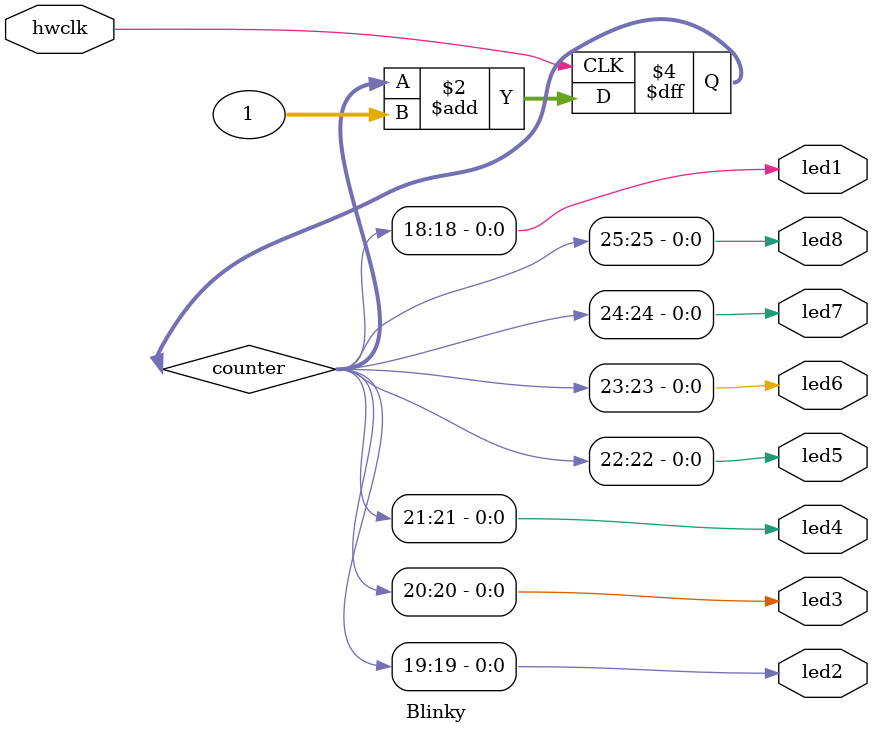
<source format=v>
/* module */
module Blinky (hwclk, led1, led2, led3, led4, led5, led6, led7, led8 );
    /* I/O */
    input hwclk;
    output led1;
    output led2;
    output led3;
    output led4;
    output led5;
    output led6;
    output led7;
    output led8;

    /* Counter register */
    reg [31:0] counter = 32'b0;

    /* LED drivers */
    assign led1 = counter[18];
    assign led2 = counter[19];
    assign led3 = counter[20];
    assign led4 = counter[21];
    assign led5 = counter[22];
    assign led6 = counter[23];
    assign led7 = counter[24];
    assign led8 = counter[25];

    /* always */
    always @ (posedge hwclk) begin
        counter <= counter + 1;
    end

endmodule

</source>
